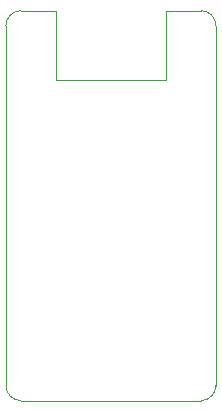
<source format=gbr>
%TF.GenerationSoftware,KiCad,Pcbnew,(6.0.1)*%
%TF.CreationDate,2022-01-23T22:32:30+01:00*%
%TF.ProjectId,pluto,706c7574-6f2e-46b6-9963-61645f706362,1.0*%
%TF.SameCoordinates,Original*%
%TF.FileFunction,Profile,NP*%
%FSLAX46Y46*%
G04 Gerber Fmt 4.6, Leading zero omitted, Abs format (unit mm)*
G04 Created by KiCad (PCBNEW (6.0.1)) date 2022-01-23 22:32:30*
%MOMM*%
%LPD*%
G01*
G04 APERTURE LIST*
%TA.AperFunction,Profile*%
%ADD10C,0.100000*%
%TD*%
G04 APERTURE END LIST*
D10*
X111475000Y-50690000D02*
X114470000Y-50685000D01*
X102235000Y-50690000D02*
X99230000Y-50685000D01*
X102235000Y-50690000D02*
X102235000Y-56560000D01*
X111475000Y-56560000D02*
X111475000Y-50690000D01*
%TO.C,J3*%
X97960000Y-82435000D02*
G75*
G03*
X99230000Y-83705000I1269999J-1D01*
G01*
X115740000Y-51955000D02*
G75*
G03*
X114470000Y-50685000I-1269999J1D01*
G01*
X99230000Y-50685000D02*
G75*
G03*
X97960000Y-51955000I-1J-1269999D01*
G01*
X114470000Y-83705000D02*
G75*
G03*
X115740000Y-82435000I1J1269999D01*
G01*
X99230000Y-83705000D02*
X114470000Y-83705000D01*
X115740000Y-82435000D02*
X115740000Y-51955000D01*
X97960000Y-51955000D02*
X97960000Y-82435000D01*
%TO.C,J1*%
X111475000Y-56560000D02*
X102235000Y-56560000D01*
%TD*%
M02*

</source>
